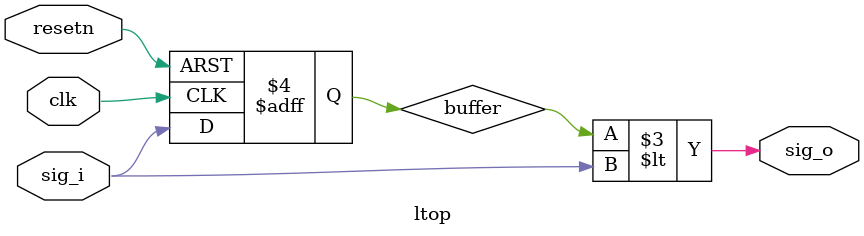
<source format=v>
`timescale 1ps/1ps
`default_nettype none


module ltop (
    input   wire    clk     //- clock
,   input   wire    resetn  //- reset negative logic
,   input   wire    sig_i   //- input level signal  _|---
,   output  wire    sig_o   //- output pulse signal _|-|_
);

    reg buffer;     // tmp buffer

    always @(posedge clk or negedge resetn) begin
        if (!resetn) begin
            buffer <= 1'b0;
        end else begin
            buffer <= sig_i;
        end 
    end

    assign sig_o = (buffer < sig_i); // judge posedge

endmodule // ltop


`default_nettype wire

</source>
